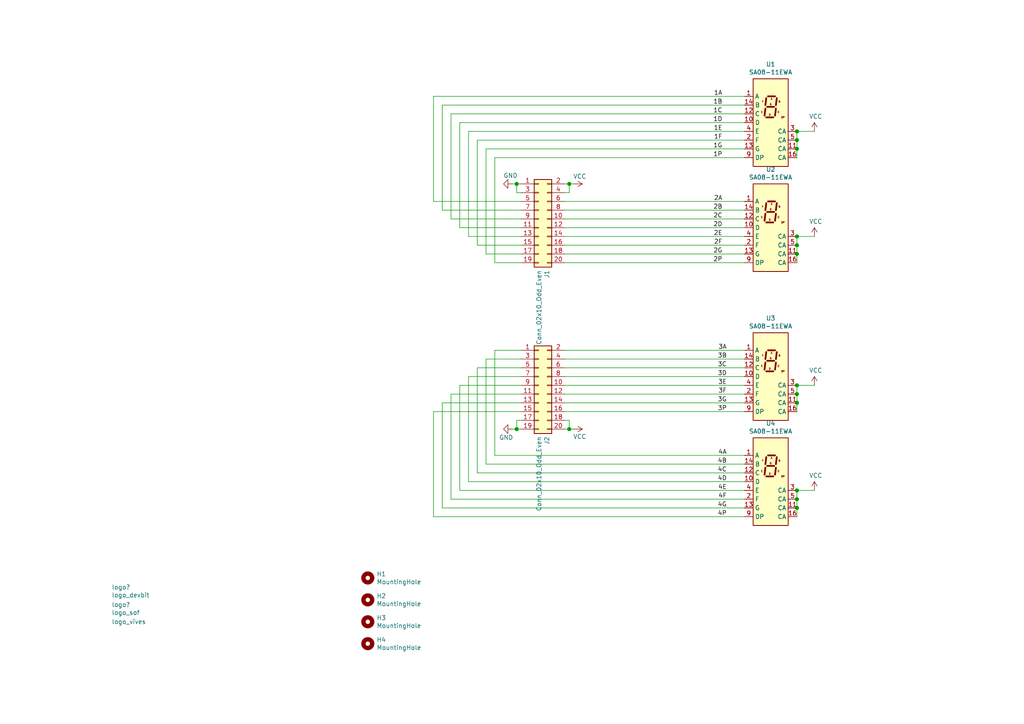
<source format=kicad_sch>
(kicad_sch (version 20201015) (generator eeschema)
  (paper "A4")
  (lib_symbols
    (symbol "Connector_Generic:Conn_02x10_Odd_Even" (pin_names (offset 1.016) hide)
      (property "Reference" "J" (at 1.27 12.7 0))
      (property "Value" "Conn_02x10_Odd_Even" (at 1.27 -15.24 0))
      (symbol "Conn_02x10_Odd_Even_1_1"
        (rectangle (start -1.27 -4.953) (end 0 -5.207) (stroke (width 0.1524)))
        (rectangle (start -1.27 -7.493) (end 0 -7.747) (stroke (width 0.1524)))
        (rectangle (start -1.27 -10.033) (end 0 -10.287) (stroke (width 0.1524)))
        (rectangle (start -1.27 -12.573) (end 0 -12.827) (stroke (width 0.1524)))
        (rectangle (start -1.27 -2.413) (end 0 -2.667) (stroke (width 0.1524)))
        (rectangle (start -1.27 2.667) (end 0 2.413) (stroke (width 0.1524)))
        (rectangle (start -1.27 5.207) (end 0 4.953) (stroke (width 0.1524)))
        (rectangle (start -1.27 7.747) (end 0 7.493) (stroke (width 0.1524)))
        (rectangle (start -1.27 10.287) (end 0 10.033) (stroke (width 0.1524)))
        (rectangle (start -1.27 11.43) (end 3.81 -13.97) (stroke (width 0.254)) (fill (type background)))
        (rectangle (start -1.27 0.127) (end 0 -0.127) (stroke (width 0.1524)))
        (rectangle (start 3.81 -4.953) (end 2.54 -5.207) (stroke (width 0.1524)))
        (rectangle (start 3.81 -7.493) (end 2.54 -7.747) (stroke (width 0.1524)))
        (rectangle (start 3.81 -10.033) (end 2.54 -10.287) (stroke (width 0.1524)))
        (rectangle (start 3.81 -12.573) (end 2.54 -12.827) (stroke (width 0.1524)))
        (rectangle (start 3.81 -2.413) (end 2.54 -2.667) (stroke (width 0.1524)))
        (rectangle (start 3.81 2.667) (end 2.54 2.413) (stroke (width 0.1524)))
        (rectangle (start 3.81 5.207) (end 2.54 4.953) (stroke (width 0.1524)))
        (rectangle (start 3.81 7.747) (end 2.54 7.493) (stroke (width 0.1524)))
        (rectangle (start 3.81 10.287) (end 2.54 10.033) (stroke (width 0.1524)))
        (rectangle (start 3.81 0.127) (end 2.54 -0.127) (stroke (width 0.1524)))
        (pin passive line (at -5.08 10.16 0) (length 3.81) (name "Pin_1") (number "1"))
        (pin passive line (at 7.62 0 180) (length 3.81) (name "Pin_10") (number "10"))
        (pin passive line (at -5.08 -2.54 0) (length 3.81) (name "Pin_11") (number "11"))
        (pin passive line (at 7.62 -2.54 180) (length 3.81) (name "Pin_12") (number "12"))
        (pin passive line (at -5.08 -5.08 0) (length 3.81) (name "Pin_13") (number "13"))
        (pin passive line (at 7.62 -5.08 180) (length 3.81) (name "Pin_14") (number "14"))
        (pin passive line (at -5.08 -7.62 0) (length 3.81) (name "Pin_15") (number "15"))
        (pin passive line (at 7.62 -7.62 180) (length 3.81) (name "Pin_16") (number "16"))
        (pin passive line (at -5.08 -10.16 0) (length 3.81) (name "Pin_17") (number "17"))
        (pin passive line (at 7.62 -10.16 180) (length 3.81) (name "Pin_18") (number "18"))
        (pin passive line (at -5.08 -12.7 0) (length 3.81) (name "Pin_19") (number "19"))
        (pin passive line (at 7.62 10.16 180) (length 3.81) (name "Pin_2") (number "2"))
        (pin passive line (at 7.62 -12.7 180) (length 3.81) (name "Pin_20") (number "20"))
        (pin passive line (at -5.08 7.62 0) (length 3.81) (name "Pin_3") (number "3"))
        (pin passive line (at 7.62 7.62 180) (length 3.81) (name "Pin_4") (number "4"))
        (pin passive line (at -5.08 5.08 0) (length 3.81) (name "Pin_5") (number "5"))
        (pin passive line (at 7.62 5.08 180) (length 3.81) (name "Pin_6") (number "6"))
        (pin passive line (at -5.08 2.54 0) (length 3.81) (name "Pin_7") (number "7"))
        (pin passive line (at 7.62 2.54 180) (length 3.81) (name "Pin_8") (number "8"))
        (pin passive line (at -5.08 0 0) (length 3.81) (name "Pin_9") (number "9"))
      )
    )
    (symbol "Mechanical:MountingHole" (pin_names (offset 1.016))
      (property "Reference" "H" (at 0 5.08 0))
      (property "Value" "MountingHole" (at 0 3.175 0))
      (symbol "MountingHole_0_1"
        (circle (center 0 0) (radius 1.27) (stroke (width 1.27)))
      )
    )
    (symbol "power:GND" (power) (pin_names (offset 0))
      (property "Value" "GND" (at 0 -3.81 0))
      (symbol "GND_0_1"
        (polyline (pts (xy 0 0) (xy 0 -1.27) (xy 1.27 -1.27) (xy 0 -2.54) (xy -1.27 -1.27) (xy 0 -1.27)))
      )
      (symbol "GND_1_1"
        (pin power_in line (at 0 0 270) (length 0) hide (name "GND") (number "1"))
      )
    )
    (symbol "power:VCC" (power) (pin_names (offset 0))
      (property "Value" "VCC" (at 0 3.81 0))
      (symbol "VCC_0_1"
        (polyline (pts (xy -0.762 1.27) (xy 0 2.54)))
        (polyline (pts (xy 0 0) (xy 0 2.54)))
        (polyline (pts (xy 0 2.54) (xy 0.762 1.27)))
      )
      (symbol "VCC_1_1"
        (pin power_in line (at 0 0 90) (length 0) hide (name "VCC") (number "1"))
      )
    )
    (symbol "solder-of-fortune:SA08-11EWA"
      (property "Reference" "U" (at 0 16.51 0))
      (property "Value" "SA08-11EWA" (at 0 13.97 0))
      (symbol "SA08-11EWA_1_0"
        (text "A" (at 0.254 6.858 0) (effects (font (size 0.508 0.508))))
        (text "B" (at 2.54 6.096 0) (effects (font (size 0.508 0.508))))
        (text "C" (at 2.286 3.048 0) (effects (font (size 0.508 0.508))))
        (text "D" (at -0.254 2.286 0) (effects (font (size 0.508 0.508))))
        (text "DP" (at 3.556 1.524 0) (effects (font (size 0.508 0.508))))
        (text "E" (at -2.54 3.048 0) (effects (font (size 0.508 0.508))))
        (text "F" (at -2.286 6.096 0) (effects (font (size 0.508 0.508))))
        (text "G" (at 0 5.334 0) (effects (font (size 0.508 0.508))))
      )
      (symbol "SA08-11EWA_1_1"
        (rectangle (start -5.08 12.7) (end 5.08 -12.7) (stroke (width 0.254)) (fill (type background)))
        (polyline (pts (xy -1.524 4.064) (xy -1.778 2.032)) (stroke (width 0.508)))
        (polyline (pts (xy -1.27 1.524) (xy 0.762 1.524)) (stroke (width 0.508)))
        (polyline (pts (xy -1.27 7.112) (xy -1.524 5.08)) (stroke (width 0.508)))
        (polyline (pts (xy -1.016 4.572) (xy 1.016 4.572)) (stroke (width 0.508)))
        (polyline (pts (xy -0.762 7.62) (xy 1.27 7.62)) (stroke (width 0.508)))
        (polyline (pts (xy 1.524 4.064) (xy 1.27 2.032)) (stroke (width 0.508)))
        (polyline (pts (xy 1.778 7.112) (xy 1.524 5.08)) (stroke (width 0.508)))
        (polyline (pts (xy 2.54 1.524) (xy 2.54 1.524)) (stroke (width 0.508)))
        (pin input line (at 7.62 -10.16 180) (length 2.54) (name "CA") (number "16"))
        (pin input line (at -7.62 -7.62 0) (length 2.54) (name "G") (number "13"))
        (pin input line (at -7.62 -2.54 0) (length 2.54) (name "E") (number "4"))
        (pin input line (at -7.62 0 0) (length 2.54) (name "D") (number "10"))
        (pin input line (at -7.62 2.54 0) (length 2.54) (name "C") (number "12"))
        (pin input line (at 7.62 -7.62 180) (length 2.54) (name "CA") (number "11"))
        (pin input line (at -7.62 5.08 0) (length 2.54) (name "B") (number "14"))
        (pin input line (at -7.62 7.62 0) (length 2.54) (name "A") (number "1"))
        (pin input line (at -7.62 -10.16 0) (length 2.54) (name "DP") (number "9"))
        (pin input line (at -7.62 -5.08 0) (length 2.54) (name "F") (number "2"))
        (pin input line (at 7.62 -5.08 180) (length 2.54) (name "CA") (number "5"))
        (pin input line (at 7.62 -2.54 180) (length 2.54) (name "CA") (number "3"))
      )
    )
    (symbol "solder-of-fortune:logo_devbit" (in_bom no)
      (property "Reference" "logo" (at 0 0 0))
      (property "Value" "logo_devbit" (at 0 2.54 0))
    )
    (symbol "solder-of-fortune:logo_sof" (in_bom no)
      (property "Reference" "logo" (at 0 0 0))
      (property "Value" "logo_sof" (at 0 2.54 0))
    )
    (symbol "solder-of-fortune:logo_vives" (in_bom no)
      (property "Value" "logo_vives" (at 0 0 0))
    )
  )
  (junction (at 149.86 53.34) (diameter 1.016))
  (junction (at 149.86 124.46) (diameter 1.016))
  (junction (at 165.1 53.34) (diameter 1.016))
  (junction (at 165.1 124.46) (diameter 1.016))
  (junction (at 231.14 38.1) (diameter 1.016))
  (junction (at 231.14 40.64) (diameter 1.016))
  (junction (at 231.14 43.18) (diameter 1.016))
  (junction (at 231.14 68.58) (diameter 1.016))
  (junction (at 231.14 71.12) (diameter 1.016))
  (junction (at 231.14 73.66) (diameter 1.016))
  (junction (at 231.14 111.76) (diameter 1.016))
  (junction (at 231.14 114.3) (diameter 1.016))
  (junction (at 231.14 116.84) (diameter 1.016))
  (junction (at 231.14 142.24) (diameter 1.016))
  (junction (at 231.14 144.78) (diameter 1.016))
  (junction (at 231.14 147.32) (diameter 1.016))
  (wire (pts (xy 125.73 27.94) (xy 125.73 58.42)))
  (wire (pts (xy 125.73 27.94) (xy 215.9 27.94)))
  (wire (pts (xy 125.73 58.42) (xy 151.13 58.42)))
  (wire (pts (xy 125.73 119.38) (xy 151.13 119.38)))
  (wire (pts (xy 125.73 149.86) (xy 125.73 119.38)))
  (wire (pts (xy 125.73 149.86) (xy 215.9 149.86)))
  (wire (pts (xy 128.27 30.48) (xy 128.27 60.96)))
  (wire (pts (xy 128.27 30.48) (xy 215.9 30.48)))
  (wire (pts (xy 128.27 60.96) (xy 151.13 60.96)))
  (wire (pts (xy 128.27 116.84) (xy 128.27 147.32)))
  (wire (pts (xy 128.27 147.32) (xy 215.9 147.32)))
  (wire (pts (xy 130.81 33.02) (xy 130.81 63.5)))
  (wire (pts (xy 130.81 33.02) (xy 215.9 33.02)))
  (wire (pts (xy 130.81 63.5) (xy 151.13 63.5)))
  (wire (pts (xy 130.81 114.3) (xy 151.13 114.3)))
  (wire (pts (xy 130.81 144.78) (xy 130.81 114.3)))
  (wire (pts (xy 130.81 144.78) (xy 215.9 144.78)))
  (wire (pts (xy 133.35 35.56) (xy 133.35 66.04)))
  (wire (pts (xy 133.35 35.56) (xy 215.9 35.56)))
  (wire (pts (xy 133.35 66.04) (xy 151.13 66.04)))
  (wire (pts (xy 133.35 111.76) (xy 133.35 142.24)))
  (wire (pts (xy 133.35 142.24) (xy 215.9 142.24)))
  (wire (pts (xy 135.89 38.1) (xy 215.9 38.1)))
  (wire (pts (xy 135.89 68.58) (xy 135.89 38.1)))
  (wire (pts (xy 135.89 109.22) (xy 151.13 109.22)))
  (wire (pts (xy 135.89 139.7) (xy 135.89 109.22)))
  (wire (pts (xy 135.89 139.7) (xy 215.9 139.7)))
  (wire (pts (xy 138.43 40.64) (xy 138.43 71.12)))
  (wire (pts (xy 138.43 40.64) (xy 215.9 40.64)))
  (wire (pts (xy 138.43 71.12) (xy 151.13 71.12)))
  (wire (pts (xy 138.43 106.68) (xy 138.43 137.16)))
  (wire (pts (xy 138.43 137.16) (xy 215.9 137.16)))
  (wire (pts (xy 140.97 43.18) (xy 215.9 43.18)))
  (wire (pts (xy 140.97 73.66) (xy 140.97 43.18)))
  (wire (pts (xy 140.97 104.14) (xy 140.97 134.62)))
  (wire (pts (xy 140.97 134.62) (xy 215.9 134.62)))
  (wire (pts (xy 143.51 45.72) (xy 143.51 76.2)))
  (wire (pts (xy 143.51 45.72) (xy 215.9 45.72)))
  (wire (pts (xy 143.51 76.2) (xy 151.13 76.2)))
  (wire (pts (xy 143.51 101.6) (xy 151.13 101.6)))
  (wire (pts (xy 143.51 132.08) (xy 143.51 101.6)))
  (wire (pts (xy 143.51 132.08) (xy 215.9 132.08)))
  (wire (pts (xy 149.86 53.34) (xy 148.59 53.34)))
  (wire (pts (xy 149.86 55.88) (xy 149.86 53.34)))
  (wire (pts (xy 149.86 121.92) (xy 149.86 124.46)))
  (wire (pts (xy 149.86 124.46) (xy 148.59 124.46)))
  (wire (pts (xy 151.13 53.34) (xy 149.86 53.34)))
  (wire (pts (xy 151.13 55.88) (xy 149.86 55.88)))
  (wire (pts (xy 151.13 68.58) (xy 135.89 68.58)))
  (wire (pts (xy 151.13 73.66) (xy 140.97 73.66)))
  (wire (pts (xy 151.13 104.14) (xy 140.97 104.14)))
  (wire (pts (xy 151.13 106.68) (xy 138.43 106.68)))
  (wire (pts (xy 151.13 111.76) (xy 133.35 111.76)))
  (wire (pts (xy 151.13 116.84) (xy 128.27 116.84)))
  (wire (pts (xy 151.13 121.92) (xy 149.86 121.92)))
  (wire (pts (xy 151.13 124.46) (xy 149.86 124.46)))
  (wire (pts (xy 163.83 55.88) (xy 165.1 55.88)))
  (wire (pts (xy 163.83 60.96) (xy 215.9 60.96)))
  (wire (pts (xy 163.83 63.5) (xy 215.9 63.5)))
  (wire (pts (xy 163.83 66.04) (xy 215.9 66.04)))
  (wire (pts (xy 163.83 68.58) (xy 215.9 68.58)))
  (wire (pts (xy 163.83 71.12) (xy 215.9 71.12)))
  (wire (pts (xy 163.83 73.66) (xy 215.9 73.66)))
  (wire (pts (xy 163.83 76.2) (xy 215.9 76.2)))
  (wire (pts (xy 163.83 101.6) (xy 215.9 101.6)))
  (wire (pts (xy 163.83 104.14) (xy 215.9 104.14)))
  (wire (pts (xy 163.83 106.68) (xy 215.9 106.68)))
  (wire (pts (xy 163.83 109.22) (xy 215.9 109.22)))
  (wire (pts (xy 163.83 111.76) (xy 215.9 111.76)))
  (wire (pts (xy 163.83 114.3) (xy 215.9 114.3)))
  (wire (pts (xy 163.83 116.84) (xy 215.9 116.84)))
  (wire (pts (xy 163.83 121.92) (xy 165.1 121.92)))
  (wire (pts (xy 165.1 53.34) (xy 163.83 53.34)))
  (wire (pts (xy 165.1 55.88) (xy 165.1 53.34)))
  (wire (pts (xy 165.1 121.92) (xy 165.1 124.46)))
  (wire (pts (xy 165.1 124.46) (xy 163.83 124.46)))
  (wire (pts (xy 166.37 53.34) (xy 165.1 53.34)))
  (wire (pts (xy 166.37 124.46) (xy 165.1 124.46)))
  (wire (pts (xy 215.9 58.42) (xy 163.83 58.42)))
  (wire (pts (xy 215.9 119.38) (xy 163.83 119.38)))
  (wire (pts (xy 231.14 38.1) (xy 231.14 40.64)))
  (wire (pts (xy 231.14 38.1) (xy 236.22 38.1)))
  (wire (pts (xy 231.14 40.64) (xy 231.14 43.18)))
  (wire (pts (xy 231.14 43.18) (xy 231.14 45.72)))
  (wire (pts (xy 231.14 68.58) (xy 231.14 71.12)))
  (wire (pts (xy 231.14 68.58) (xy 236.22 68.58)))
  (wire (pts (xy 231.14 71.12) (xy 231.14 73.66)))
  (wire (pts (xy 231.14 73.66) (xy 231.14 76.2)))
  (wire (pts (xy 231.14 111.76) (xy 231.14 114.3)))
  (wire (pts (xy 231.14 111.76) (xy 236.22 111.76)))
  (wire (pts (xy 231.14 114.3) (xy 231.14 116.84)))
  (wire (pts (xy 231.14 116.84) (xy 231.14 119.38)))
  (wire (pts (xy 231.14 142.24) (xy 231.14 144.78)))
  (wire (pts (xy 231.14 142.24) (xy 236.22 142.24)))
  (wire (pts (xy 231.14 144.78) (xy 231.14 147.32)))
  (wire (pts (xy 231.14 147.32) (xy 231.14 149.86)))
  (label "1A" (at 209.55 27.94 180))
  (label "1B" (at 209.55 30.48 180))
  (label "1C" (at 209.55 33.02 180))
  (label "1D" (at 209.55 35.56 180))
  (label "1E" (at 209.55 38.1 180))
  (label "1F" (at 209.55 40.64 180))
  (label "1G" (at 209.55 43.18 180))
  (label "1P" (at 209.55 45.72 180))
  (label "2A" (at 209.55 58.42 180))
  (label "2B" (at 209.55 60.96 180))
  (label "2C" (at 209.55 63.5 180))
  (label "2D" (at 209.55 66.04 180))
  (label "2E" (at 209.55 68.58 180))
  (label "2F" (at 209.55 71.12 180))
  (label "2G" (at 209.55 73.66 180))
  (label "2P" (at 209.55 76.2 180))
  (label "3A" (at 210.82 101.6 180))
  (label "3B" (at 210.82 104.14 180))
  (label "3C" (at 210.82 106.68 180))
  (label "3D" (at 210.82 109.22 180))
  (label "3E" (at 210.82 111.76 180))
  (label "3F" (at 210.82 114.3 180))
  (label "3G" (at 210.82 116.84 180))
  (label "3P" (at 210.82 119.38 180))
  (label "4A" (at 210.82 132.08 180))
  (label "4B" (at 210.82 134.62 180))
  (label "4C" (at 210.82 137.16 180))
  (label "4D" (at 210.82 139.7 180))
  (label "4E" (at 210.82 142.24 180))
  (label "4F" (at 210.82 144.78 180))
  (label "4G" (at 210.82 147.32 180))
  (label "4P" (at 210.82 149.86 180))
  (symbol (lib_id "solder-of-fortune:logo_devbit") (at 31.75 171.45 0) (unit 1) (in_bom no)
    (property "Reference" "logo?" (at 32.385 170.3006 0) (effects (justify left)))
    (property "Value" "logo_devbit" (at 32.385 172.5993 0) (effects (justify left)))
  )
  (symbol (lib_id "solder-of-fortune:logo_sof") (at 31.75 176.53 0) (unit 1) (in_bom no)
    (property "Reference" "logo?" (at 32.385 175.3806 0) (effects (justify left)))
    (property "Value" "logo_sof" (at 32.385 177.6793 0) (effects (justify left)))
  )
  (symbol (lib_id "solder-of-fortune:logo_vives") (at 31.75 180.34 0) (unit 1) (in_bom no)
    (property "Reference" "logo?" (effects hide))
    (property "Value" "logo_vives" (at 32.385 180.34 0) (effects (justify left)))
  )
  (symbol (lib_id "power:VCC") (at 166.37 53.34 270) (unit 1)
    (property "Reference" "#PWR0101" (effects hide))
    (property "Value" "VCC" (at 168.1544 51.1683 90))
  )
  (symbol (lib_id "power:VCC") (at 166.37 124.46 270) (mirror x) (unit 1)
    (property "Reference" "#PWR0102" (effects hide))
    (property "Value" "VCC" (at 168.1544 126.6317 90))
  )
  (symbol (lib_id "power:VCC") (at 236.22 38.1 0) (unit 1)
    (property "Reference" "#PWR0104" (effects hide))
    (property "Value" "VCC" (at 236.5883 33.7756 0))
  )
  (symbol (lib_id "power:VCC") (at 236.22 68.58 0) (unit 1)
    (property "Reference" "#PWR0103" (effects hide))
    (property "Value" "VCC" (at 236.5883 64.2556 0))
  )
  (symbol (lib_id "power:VCC") (at 236.22 111.76 0) (unit 1)
    (property "Reference" "#PWR0105" (effects hide))
    (property "Value" "VCC" (at 236.5883 107.4356 0))
  )
  (symbol (lib_id "power:VCC") (at 236.22 142.24 0) (unit 1)
    (property "Reference" "#PWR0106" (effects hide))
    (property "Value" "VCC" (at 236.5883 137.9156 0))
  )
  (symbol (lib_id "power:GND") (at 148.59 53.34 270) (unit 1)
    (property "Reference" "#PWR0108" (effects hide))
    (property "Value" "GND" (at 148.0756 50.9143 90))
  )
  (symbol (lib_id "power:GND") (at 148.59 124.46 270) (mirror x) (unit 1)
    (property "Reference" "#PWR0107" (effects hide))
    (property "Value" "GND" (at 146.8056 126.8857 90))
  )
  (symbol (lib_id "Mechanical:MountingHole") (at 106.68 167.64 0) (unit 1)
    (property "Reference" "H1" (at 109.2201 166.4906 0) (effects (justify left)))
    (property "Value" "MountingHole" (at 109.2201 168.7893 0) (effects (justify left)))
    (property "Footprint" "MountingHole:MountingHole_3.2mm_M3" (effects hide))
  )
  (symbol (lib_id "Mechanical:MountingHole") (at 106.68 173.99 0) (unit 1)
    (property "Reference" "H2" (at 109.2201 172.8406 0) (effects (justify left)))
    (property "Value" "MountingHole" (at 109.2201 175.1393 0) (effects (justify left)))
    (property "Footprint" "MountingHole:MountingHole_3.2mm_M3" (effects hide))
  )
  (symbol (lib_id "Mechanical:MountingHole") (at 106.68 180.34 0) (unit 1)
    (property "Reference" "H3" (at 109.2201 179.1906 0) (effects (justify left)))
    (property "Value" "MountingHole" (at 109.2201 181.4893 0) (effects (justify left)))
    (property "Footprint" "MountingHole:MountingHole_3.2mm_M3" (effects hide))
  )
  (symbol (lib_id "Mechanical:MountingHole") (at 106.68 186.69 0) (unit 1)
    (property "Reference" "H4" (at 109.2201 185.5406 0) (effects (justify left)))
    (property "Value" "MountingHole" (at 109.2201 187.8393 0) (effects (justify left)))
    (property "Footprint" "MountingHole:MountingHole_3.2mm_M3" (effects hide))
  )
  (symbol (lib_id "Connector_Generic:Conn_02x10_Odd_Even") (at 156.21 63.5 0) (unit 1)
    (property "Reference" "J1" (at 158.6294 78.3337 90) (effects (justify right)))
    (property "Value" "Conn_02x10_Odd_Even" (at 156.3307 78.3337 90) (effects (justify right)))
    (property "Footprint" "Connector_PinSocket_2.54mm:PinSocket_2x10_P2.54mm_Vertical" (effects hide))
  )
  (symbol (lib_id "Connector_Generic:Conn_02x10_Odd_Even") (at 156.21 111.76 0) (unit 1)
    (property "Reference" "J2" (at 158.6294 126.5937 90) (effects (justify right)))
    (property "Value" "Conn_02x10_Odd_Even" (at 156.3307 126.5937 90) (effects (justify right)))
    (property "Footprint" "Connector_PinSocket_2.54mm:PinSocket_2x10_P2.54mm_Vertical" (effects hide))
  )
  (symbol (lib_id "solder-of-fortune:SA08-11EWA") (at 223.52 35.56 0) (unit 1)
    (property "Reference" "U1" (at 223.52 18.6498 0))
    (property "Value" "SA08-11EWA" (at 223.52 20.9485 0))
    (property "Footprint" "solder-of-fortune:SA08-11EWA" (effects hide))
    (property "Datasheet" "http://www.kingbrightusa.com/images/catalog/SPEC/SA08-11EWA.pdf" (effects hide))
  )
  (symbol (lib_id "solder-of-fortune:SA08-11EWA") (at 223.52 66.04 0) (unit 1)
    (property "Reference" "U2" (at 223.52 49.1298 0))
    (property "Value" "SA08-11EWA" (at 223.52 51.4285 0))
    (property "Footprint" "solder-of-fortune:SA08-11EWA" (effects hide))
    (property "Datasheet" "http://www.kingbrightusa.com/images/catalog/SPEC/SA08-11EWA.pdf" (effects hide))
  )
  (symbol (lib_id "solder-of-fortune:SA08-11EWA") (at 223.52 109.22 0) (unit 1)
    (property "Reference" "U3" (at 223.52 92.3098 0))
    (property "Value" "SA08-11EWA" (at 223.52 94.6085 0))
    (property "Footprint" "solder-of-fortune:SA08-11EWA" (effects hide))
    (property "Datasheet" "http://www.kingbrightusa.com/images/catalog/SPEC/SA08-11EWA.pdf" (effects hide))
  )
  (symbol (lib_id "solder-of-fortune:SA08-11EWA") (at 223.52 139.7 0) (unit 1)
    (property "Reference" "U4" (at 223.52 122.7898 0))
    (property "Value" "SA08-11EWA" (at 223.52 125.0885 0))
    (property "Footprint" "solder-of-fortune:SA08-11EWA" (effects hide))
    (property "Datasheet" "http://www.kingbrightusa.com/images/catalog/SPEC/SA08-11EWA.pdf" (effects hide))
  )
)
</source>
